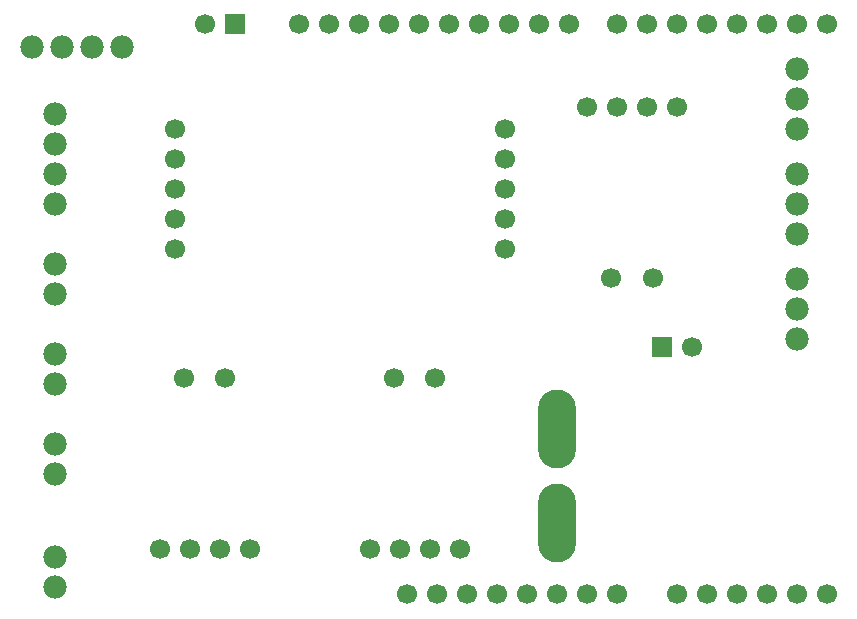
<source format=gbr>
%TF.GenerationSoftware,Novarm,DipTrace,3.3.0.1*%
%TF.CreationDate,2018-11-14T10:16:28-08:00*%
%FSLAX26Y26*%
%MOIN*%
%TF.FileFunction,Soldermask,Bot*%
%TF.Part,Single*%
%ADD35C,0.07788*%
%ADD37R,0.066935X0.066935*%
%ADD39C,0.066935*%
%ADD41O,0.12599X0.263786*%
G75*
G01*
%LPD*%
D41*
X2368700Y1118700D3*
Y807676D3*
D39*
X1193700Y2468700D3*
D37*
X1293700D3*
D39*
X2818700Y1393700D3*
D37*
X2718700D3*
D35*
X818700Y2393700D3*
X718700D3*
X618700D3*
X918700D3*
D39*
X3268700Y2468700D3*
X3168700D3*
X3068700D3*
X2968700D3*
X2868700D3*
X2768700D3*
X2668700D3*
X2568700D3*
X2408700D3*
X2308700D3*
X2208700D3*
X2108700D3*
X2008700D3*
X1908700D3*
X1808700D3*
X1708700D3*
X1608700D3*
X1508700D3*
X3268700Y568700D3*
X3168700D3*
X3068700D3*
X2968700D3*
X2868700D3*
X2768700D3*
X2568700D3*
X2468700D3*
X2368700D3*
X2268700D3*
X2168700D3*
X2068700D3*
X1968700D3*
X1868700D3*
D35*
X3168700Y2318700D3*
Y2218700D3*
Y2118700D3*
X693700Y2068700D3*
Y1968700D3*
Y1868700D3*
Y2168700D3*
X3168700Y1968700D3*
Y1868700D3*
Y1768700D3*
X693700Y1668700D3*
Y1568700D3*
X3168700Y1618700D3*
Y1518700D3*
Y1418700D3*
X693700Y1368700D3*
Y1268700D3*
Y1068700D3*
Y968700D3*
Y693700D3*
Y593700D3*
D39*
X1093700Y2118700D3*
Y2018700D3*
Y1918700D3*
Y1818700D3*
Y1718700D3*
X2193700D3*
Y1818700D3*
Y1918700D3*
Y2018700D3*
Y2118700D3*
X2468700Y2193700D3*
X2568700D3*
X2668700D3*
X2768700D3*
X2687598Y1621850D3*
X2549802D3*
X1343700Y718700D3*
X1243700D3*
X1143700D3*
X1043700D3*
X1124802Y1290550D3*
X1262598D3*
X2043700Y718700D3*
X1943700D3*
X1843700D3*
X1743700D3*
X1824802Y1290550D3*
X1962598D3*
M02*

</source>
